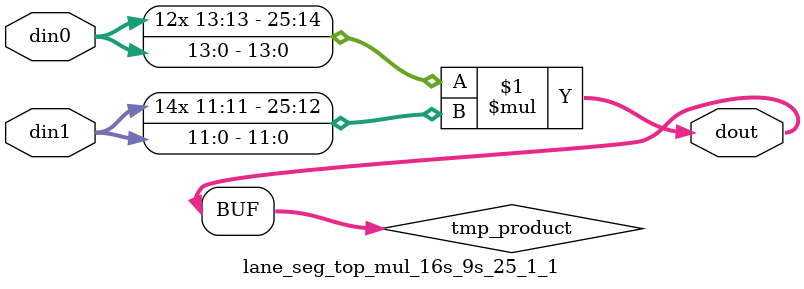
<source format=v>

`timescale 1 ns / 1 ps

  module lane_seg_top_mul_16s_9s_25_1_1(din0, din1, dout);
parameter ID = 1;
parameter NUM_STAGE = 0;
parameter din0_WIDTH = 14;
parameter din1_WIDTH = 12;
parameter dout_WIDTH = 26;

input [din0_WIDTH - 1 : 0] din0; 
input [din1_WIDTH - 1 : 0] din1; 
output [dout_WIDTH - 1 : 0] dout;

wire signed [dout_WIDTH - 1 : 0] tmp_product;













assign tmp_product = $signed(din0) * $signed(din1);








assign dout = tmp_product;







endmodule

</source>
